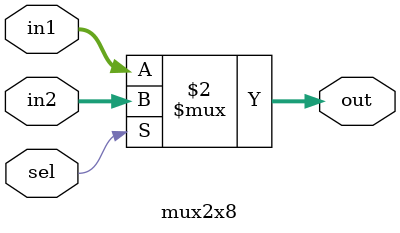
<source format=v>
module mux2x3(input [2:0]in1, in2, output [2:0] out, input sel); // se (sel==0) out=in1
	assign out = (sel==0? in1 : in2);
endmodule

module mux2x8(input [7:0]in1, in2, output  [7:0] out, input sel); // se (sel==0) out=in1
	assign out = (sel==0? in1 : in2);
endmodule

</source>
